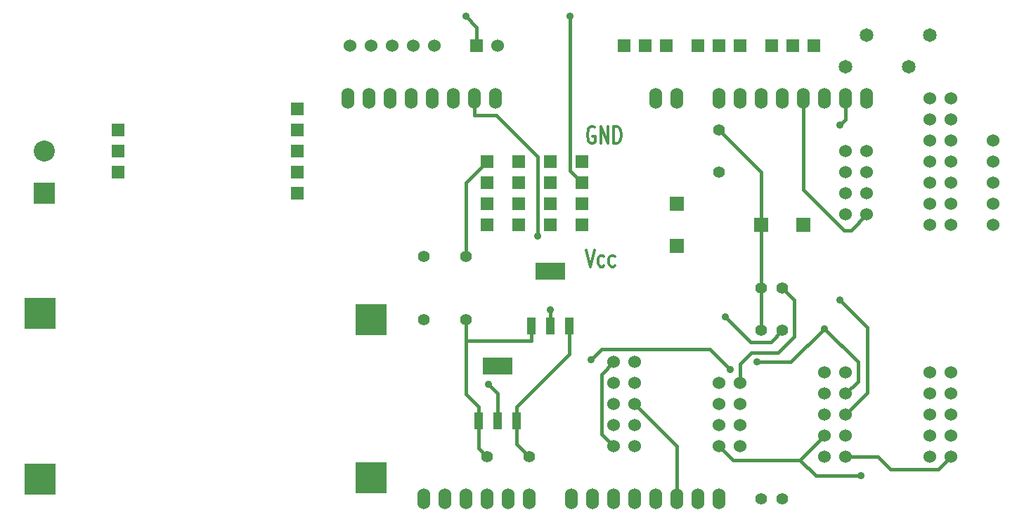
<source format=gtl>
G04 (created by PCBNEW-RS274X (2012-apr-16-27)-stable) date Mon 01 Sep 2014 06:02:50 PM CEST*
G01*
G70*
G90*
%MOIN*%
G04 Gerber Fmt 3.4, Leading zero omitted, Abs format*
%FSLAX34Y34*%
G04 APERTURE LIST*
%ADD10C,0.006000*%
%ADD11C,0.012000*%
%ADD12C,0.055000*%
%ADD13R,0.144000X0.080000*%
%ADD14R,0.040000X0.080000*%
%ADD15C,0.065000*%
%ADD16C,0.060000*%
%ADD17R,0.060000X0.060000*%
%ADD18R,0.070000X0.070000*%
%ADD19R,0.100000X0.100000*%
%ADD20C,0.100000*%
%ADD21R,0.150000X0.150000*%
%ADD22O,0.060000X0.100000*%
%ADD23C,0.035000*%
%ADD24C,0.016000*%
G04 APERTURE END LIST*
G54D10*
G54D11*
X60686Y-36174D02*
X60886Y-36974D01*
X61086Y-36174D01*
X61543Y-36936D02*
X61486Y-36974D01*
X61372Y-36974D01*
X61314Y-36936D01*
X61286Y-36898D01*
X61257Y-36821D01*
X61257Y-36593D01*
X61286Y-36517D01*
X61314Y-36479D01*
X61372Y-36440D01*
X61486Y-36440D01*
X61543Y-36479D01*
X62057Y-36936D02*
X62000Y-36974D01*
X61886Y-36974D01*
X61828Y-36936D01*
X61800Y-36898D01*
X61771Y-36821D01*
X61771Y-36593D01*
X61800Y-36517D01*
X61828Y-36479D01*
X61886Y-36440D01*
X62000Y-36440D01*
X62057Y-36479D01*
X61093Y-30362D02*
X61036Y-30324D01*
X60950Y-30324D01*
X60865Y-30362D01*
X60807Y-30438D01*
X60779Y-30514D01*
X60750Y-30667D01*
X60750Y-30781D01*
X60779Y-30933D01*
X60807Y-31010D01*
X60865Y-31086D01*
X60950Y-31124D01*
X61007Y-31124D01*
X61093Y-31086D01*
X61122Y-31048D01*
X61122Y-30781D01*
X61007Y-30781D01*
X61379Y-31124D02*
X61379Y-30324D01*
X61722Y-31124D01*
X61722Y-30324D01*
X62008Y-31124D02*
X62008Y-30324D01*
X62151Y-30324D01*
X62236Y-30362D01*
X62294Y-30438D01*
X62322Y-30514D01*
X62351Y-30667D01*
X62351Y-30781D01*
X62322Y-30933D01*
X62294Y-31010D01*
X62236Y-31086D01*
X62151Y-31124D01*
X62008Y-31124D01*
G54D12*
X55000Y-39500D03*
X53000Y-39500D03*
X55000Y-36500D03*
X53000Y-36500D03*
G54D13*
X56500Y-41700D03*
G54D14*
X56500Y-44300D03*
X57400Y-44300D03*
X55600Y-44300D03*
G54D13*
X59000Y-37200D03*
G54D14*
X59000Y-39800D03*
X59900Y-39800D03*
X58100Y-39800D03*
G54D15*
X76000Y-27500D03*
X73000Y-27500D03*
X77000Y-26000D03*
X74000Y-26000D03*
G54D16*
X63000Y-45500D03*
X62000Y-45500D03*
X63000Y-44500D03*
X62000Y-44500D03*
X63000Y-43500D03*
X62000Y-43500D03*
X63000Y-42500D03*
X62000Y-42500D03*
X63000Y-41500D03*
X62000Y-41500D03*
X80000Y-31000D03*
X80000Y-32000D03*
X80000Y-33000D03*
X80000Y-34000D03*
X80000Y-35000D03*
X49500Y-26500D03*
X50500Y-26500D03*
X51500Y-26500D03*
X52500Y-26500D03*
X53500Y-26500D03*
X68000Y-45500D03*
X67000Y-45500D03*
X68000Y-44500D03*
X67000Y-44500D03*
X68000Y-43500D03*
X67000Y-43500D03*
X68000Y-42500D03*
X67000Y-42500D03*
G54D17*
X60500Y-35000D03*
X60500Y-34000D03*
X60500Y-33000D03*
X60500Y-32000D03*
X59000Y-35000D03*
X59000Y-34000D03*
X59000Y-33000D03*
X59000Y-32000D03*
X57500Y-35000D03*
X57500Y-34000D03*
X57500Y-33000D03*
X57500Y-32000D03*
X56000Y-35000D03*
X56000Y-34000D03*
X56000Y-33000D03*
X56000Y-32000D03*
X38500Y-32500D03*
X38500Y-31500D03*
X38500Y-30500D03*
X69500Y-26500D03*
X70500Y-26500D03*
X71500Y-26500D03*
X62500Y-26500D03*
X63500Y-26500D03*
X64500Y-26500D03*
X66000Y-26500D03*
X67000Y-26500D03*
X68000Y-26500D03*
X55500Y-26500D03*
G54D16*
X56500Y-26500D03*
G54D18*
X65000Y-36000D03*
X65000Y-34000D03*
X71000Y-35000D03*
X69000Y-35000D03*
G54D12*
X67000Y-32500D03*
X67000Y-30500D03*
X58000Y-46000D03*
X56000Y-46000D03*
X70000Y-40000D03*
X69000Y-40000D03*
X70000Y-48000D03*
X69000Y-48000D03*
X70000Y-38000D03*
X69000Y-38000D03*
G54D19*
X35000Y-33500D03*
G54D20*
X35000Y-31500D03*
G54D17*
X47000Y-33500D03*
X47000Y-32500D03*
X47000Y-31500D03*
X47000Y-30500D03*
X47000Y-29500D03*
G54D16*
X73000Y-31500D03*
X74000Y-31500D03*
X73000Y-32500D03*
X74000Y-32500D03*
X73000Y-33500D03*
X74000Y-33500D03*
X73000Y-34500D03*
X74000Y-34500D03*
X72000Y-42000D03*
X73000Y-42000D03*
X72000Y-43000D03*
X73000Y-43000D03*
X72000Y-44000D03*
X73000Y-44000D03*
X72000Y-45000D03*
X73000Y-45000D03*
X72000Y-46000D03*
X73000Y-46000D03*
G54D21*
X34800Y-47050D03*
X50500Y-39500D03*
X34800Y-39200D03*
X50500Y-47000D03*
G54D22*
X67000Y-29000D03*
X68000Y-29000D03*
X69000Y-29000D03*
X70000Y-29000D03*
X71000Y-29000D03*
X72000Y-29000D03*
X73000Y-29000D03*
X74000Y-29000D03*
X67000Y-48000D03*
X66000Y-48000D03*
X65000Y-48000D03*
X64000Y-48000D03*
X63000Y-48000D03*
X60000Y-48000D03*
X61000Y-48000D03*
X62000Y-48000D03*
X58000Y-48000D03*
X57000Y-48000D03*
X56000Y-48000D03*
X54000Y-48000D03*
X53000Y-48000D03*
X65000Y-29000D03*
X64000Y-29000D03*
X56400Y-29000D03*
X55400Y-29000D03*
X54400Y-29000D03*
X53400Y-29000D03*
X52400Y-29000D03*
X51400Y-29000D03*
X50400Y-29000D03*
X49400Y-29000D03*
X55000Y-48000D03*
G54D16*
X77000Y-30000D03*
X78000Y-30000D03*
X77000Y-31000D03*
X78000Y-31000D03*
X77000Y-32000D03*
X78000Y-32000D03*
X77000Y-33000D03*
X78000Y-33000D03*
X77000Y-29000D03*
X78000Y-29000D03*
X78000Y-34000D03*
X77000Y-34000D03*
X77000Y-35000D03*
X78000Y-35000D03*
X77000Y-42000D03*
X78000Y-42000D03*
X77000Y-43000D03*
X78000Y-43000D03*
X77000Y-44000D03*
X78000Y-44000D03*
X77000Y-45000D03*
X78000Y-45000D03*
X77000Y-46000D03*
X78000Y-46000D03*
G54D23*
X56064Y-42540D03*
X59920Y-25102D03*
X72721Y-30253D03*
X54977Y-25087D03*
X72740Y-38562D03*
X58395Y-35535D03*
X67303Y-39368D03*
X59000Y-39016D03*
X73712Y-46897D03*
X68777Y-41499D03*
X71992Y-39912D03*
X67540Y-41861D03*
X60919Y-41381D03*
G54D24*
X75120Y-46600D02*
X74520Y-46000D01*
X56000Y-46000D02*
X55600Y-45600D01*
X56000Y-32000D02*
X55000Y-33000D01*
X69000Y-32500D02*
X67000Y-30500D01*
X69000Y-35000D02*
X69000Y-32500D01*
X58100Y-39800D02*
X58100Y-40479D01*
X55000Y-40479D02*
X58100Y-40479D01*
X55000Y-33000D02*
X55000Y-36500D01*
X61421Y-42079D02*
X62000Y-41500D01*
X55600Y-43621D02*
X55000Y-43021D01*
X55000Y-40479D02*
X55000Y-39500D01*
X62000Y-45500D02*
X61421Y-44921D01*
X61421Y-44921D02*
X61421Y-42079D01*
X55600Y-44300D02*
X55600Y-43621D01*
X55000Y-43021D02*
X55000Y-40479D01*
X55600Y-45600D02*
X55600Y-44300D01*
X74520Y-46000D02*
X73000Y-46000D01*
X78000Y-46000D02*
X77400Y-46600D01*
X77400Y-46600D02*
X75120Y-46600D01*
X69000Y-35000D02*
X69000Y-38000D01*
X69000Y-38000D02*
X69000Y-40000D01*
X73244Y-35256D02*
X74000Y-34500D01*
X72936Y-35256D02*
X73244Y-35256D01*
X71000Y-33320D02*
X72936Y-35256D01*
X71000Y-29000D02*
X71000Y-33320D01*
X68535Y-41045D02*
X68000Y-41580D01*
X70555Y-38555D02*
X70555Y-40290D01*
X69800Y-41045D02*
X68535Y-41045D01*
X70000Y-38000D02*
X70555Y-38555D01*
X70555Y-40290D02*
X69800Y-41045D01*
X68000Y-41580D02*
X68000Y-42500D01*
X56500Y-42976D02*
X56064Y-42540D01*
X56500Y-44300D02*
X56500Y-42976D01*
X65000Y-45500D02*
X63000Y-43500D01*
X65000Y-48000D02*
X65000Y-45500D01*
X59920Y-25102D02*
X59920Y-32420D01*
X59920Y-32420D02*
X60500Y-33000D01*
X73000Y-29974D02*
X72721Y-30253D01*
X73000Y-29000D02*
X73000Y-29974D01*
X54977Y-25087D02*
X55500Y-25610D01*
X55500Y-25610D02*
X55500Y-26500D01*
X74039Y-42961D02*
X74039Y-39861D01*
X74039Y-39861D02*
X72740Y-38562D01*
X73000Y-44000D02*
X74039Y-42961D01*
X55400Y-29000D02*
X55400Y-29779D01*
X56425Y-29779D02*
X58395Y-31749D01*
X58395Y-31749D02*
X58395Y-35535D01*
X55400Y-29779D02*
X56425Y-29779D01*
X68490Y-40555D02*
X67303Y-39368D01*
X70000Y-40000D02*
X69445Y-40555D01*
X69445Y-40555D02*
X68490Y-40555D01*
X59000Y-39016D02*
X59000Y-39800D01*
X67660Y-46160D02*
X70840Y-46160D01*
X67000Y-45500D02*
X67660Y-46160D01*
X70840Y-46160D02*
X72000Y-45000D01*
X71577Y-46897D02*
X73712Y-46897D01*
X70840Y-46160D02*
X71577Y-46897D01*
X70405Y-41499D02*
X71992Y-39912D01*
X73580Y-41500D02*
X71992Y-39912D01*
X68777Y-41499D02*
X70405Y-41499D01*
X73580Y-42420D02*
X73580Y-41500D01*
X73000Y-43000D02*
X73580Y-42420D01*
X57400Y-44300D02*
X57400Y-43621D01*
X57400Y-43621D02*
X59900Y-41121D01*
X59900Y-41121D02*
X59900Y-39800D01*
X58000Y-46000D02*
X57400Y-45400D01*
X57400Y-45400D02*
X57400Y-44300D01*
X66559Y-40880D02*
X67540Y-41861D01*
X61420Y-40880D02*
X66559Y-40880D01*
X60919Y-41381D02*
X61420Y-40880D01*
M02*

</source>
